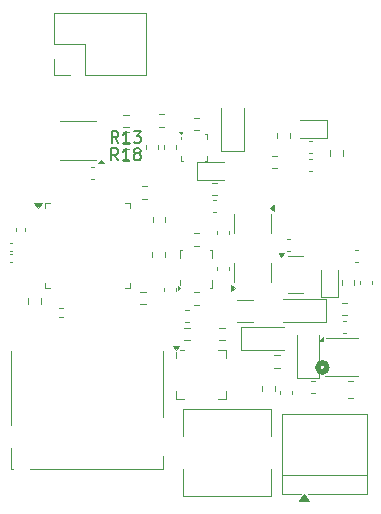
<source format=gbr>
%TF.GenerationSoftware,KiCad,Pcbnew,9.99.0-4037-gdf8ecb877a*%
%TF.CreationDate,2025-11-08T20:25:16-05:00*%
%TF.ProjectId,horizon-mini,686f7269-7a6f-46e2-9d6d-696e692e6b69,rev?*%
%TF.SameCoordinates,Original*%
%TF.FileFunction,Legend,Top*%
%TF.FilePolarity,Positive*%
%FSLAX46Y46*%
G04 Gerber Fmt 4.6, Leading zero omitted, Abs format (unit mm)*
G04 Created by KiCad (PCBNEW 9.99.0-4037-gdf8ecb877a) date 2025-11-08 20:25:16*
%MOMM*%
%LPD*%
G01*
G04 APERTURE LIST*
%ADD10C,0.150000*%
%ADD11C,0.120000*%
%ADD12C,0.508000*%
G04 APERTURE END LIST*
D10*
X148289642Y-106360978D02*
X147956309Y-105884787D01*
X147718214Y-106360978D02*
X147718214Y-105360978D01*
X147718214Y-105360978D02*
X148099166Y-105360978D01*
X148099166Y-105360978D02*
X148194404Y-105408597D01*
X148194404Y-105408597D02*
X148242023Y-105456216D01*
X148242023Y-105456216D02*
X148289642Y-105551454D01*
X148289642Y-105551454D02*
X148289642Y-105694311D01*
X148289642Y-105694311D02*
X148242023Y-105789549D01*
X148242023Y-105789549D02*
X148194404Y-105837168D01*
X148194404Y-105837168D02*
X148099166Y-105884787D01*
X148099166Y-105884787D02*
X147718214Y-105884787D01*
X149242023Y-106360978D02*
X148670595Y-106360978D01*
X148956309Y-106360978D02*
X148956309Y-105360978D01*
X148956309Y-105360978D02*
X148861071Y-105503835D01*
X148861071Y-105503835D02*
X148765833Y-105599073D01*
X148765833Y-105599073D02*
X148670595Y-105646692D01*
X149575357Y-105360978D02*
X150194404Y-105360978D01*
X150194404Y-105360978D02*
X149861071Y-105741930D01*
X149861071Y-105741930D02*
X150003928Y-105741930D01*
X150003928Y-105741930D02*
X150099166Y-105789549D01*
X150099166Y-105789549D02*
X150146785Y-105837168D01*
X150146785Y-105837168D02*
X150194404Y-105932406D01*
X150194404Y-105932406D02*
X150194404Y-106170501D01*
X150194404Y-106170501D02*
X150146785Y-106265739D01*
X150146785Y-106265739D02*
X150099166Y-106313359D01*
X150099166Y-106313359D02*
X150003928Y-106360978D01*
X150003928Y-106360978D02*
X149718214Y-106360978D01*
X149718214Y-106360978D02*
X149622976Y-106313359D01*
X149622976Y-106313359D02*
X149575357Y-106265739D01*
X148262112Y-107820099D02*
X147928779Y-107343908D01*
X147690684Y-107820099D02*
X147690684Y-106820099D01*
X147690684Y-106820099D02*
X148071636Y-106820099D01*
X148071636Y-106820099D02*
X148166874Y-106867718D01*
X148166874Y-106867718D02*
X148214493Y-106915337D01*
X148214493Y-106915337D02*
X148262112Y-107010575D01*
X148262112Y-107010575D02*
X148262112Y-107153432D01*
X148262112Y-107153432D02*
X148214493Y-107248670D01*
X148214493Y-107248670D02*
X148166874Y-107296289D01*
X148166874Y-107296289D02*
X148071636Y-107343908D01*
X148071636Y-107343908D02*
X147690684Y-107343908D01*
X149214493Y-107820099D02*
X148643065Y-107820099D01*
X148928779Y-107820099D02*
X148928779Y-106820099D01*
X148928779Y-106820099D02*
X148833541Y-106962956D01*
X148833541Y-106962956D02*
X148738303Y-107058194D01*
X148738303Y-107058194D02*
X148643065Y-107105813D01*
X149785922Y-107248670D02*
X149690684Y-107201051D01*
X149690684Y-107201051D02*
X149643065Y-107153432D01*
X149643065Y-107153432D02*
X149595446Y-107058194D01*
X149595446Y-107058194D02*
X149595446Y-107010575D01*
X149595446Y-107010575D02*
X149643065Y-106915337D01*
X149643065Y-106915337D02*
X149690684Y-106867718D01*
X149690684Y-106867718D02*
X149785922Y-106820099D01*
X149785922Y-106820099D02*
X149976398Y-106820099D01*
X149976398Y-106820099D02*
X150071636Y-106867718D01*
X150071636Y-106867718D02*
X150119255Y-106915337D01*
X150119255Y-106915337D02*
X150166874Y-107010575D01*
X150166874Y-107010575D02*
X150166874Y-107058194D01*
X150166874Y-107058194D02*
X150119255Y-107153432D01*
X150119255Y-107153432D02*
X150071636Y-107201051D01*
X150071636Y-107201051D02*
X149976398Y-107248670D01*
X149976398Y-107248670D02*
X149785922Y-107248670D01*
X149785922Y-107248670D02*
X149690684Y-107296289D01*
X149690684Y-107296289D02*
X149643065Y-107343908D01*
X149643065Y-107343908D02*
X149595446Y-107439146D01*
X149595446Y-107439146D02*
X149595446Y-107629622D01*
X149595446Y-107629622D02*
X149643065Y-107724860D01*
X149643065Y-107724860D02*
X149690684Y-107772480D01*
X149690684Y-107772480D02*
X149785922Y-107820099D01*
X149785922Y-107820099D02*
X149976398Y-107820099D01*
X149976398Y-107820099D02*
X150071636Y-107772480D01*
X150071636Y-107772480D02*
X150119255Y-107724860D01*
X150119255Y-107724860D02*
X150166874Y-107629622D01*
X150166874Y-107629622D02*
X150166874Y-107439146D01*
X150166874Y-107439146D02*
X150119255Y-107343908D01*
X150119255Y-107343908D02*
X150071636Y-107296289D01*
X150071636Y-107296289D02*
X149976398Y-107248670D01*
%TO.C,R25*%
D11*
X152179216Y-103942258D02*
X151704700Y-103942258D01*
X152179216Y-104987258D02*
X151704700Y-104987258D01*
%TO.C,R13*%
X149169758Y-103953659D02*
X148695242Y-103953659D01*
X149169758Y-104998659D02*
X148695242Y-104998659D01*
%TO.C,Q10*%
X163250000Y-115940000D02*
X162600000Y-115940000D01*
X163250000Y-115940000D02*
X163900000Y-115940000D01*
X163250000Y-119060000D02*
X162600000Y-119060000D01*
X163250000Y-119060000D02*
X163900000Y-119060000D01*
X162087500Y-115990000D02*
X161847500Y-115660000D01*
X162327500Y-115660000D01*
X162087500Y-115990000D01*
G36*
X162087500Y-115990000D02*
G01*
X161847500Y-115660000D01*
X162327500Y-115660000D01*
X162087500Y-115990000D01*
G37*
%TO.C,R19*%
X149169758Y-106885666D02*
X148695242Y-106885666D01*
X149169758Y-107930666D02*
X148695242Y-107930666D01*
%TO.C,R24*%
X151177798Y-113086588D02*
X151177798Y-112612072D01*
X152222798Y-113086588D02*
X152222798Y-112612072D01*
%TO.C,C47*%
X156547811Y-111194907D02*
X156266651Y-111194907D01*
X156547811Y-112214907D02*
X156266651Y-112214907D01*
%TO.C,R20*%
X151160000Y-115577590D02*
X151160000Y-116052106D01*
X152205000Y-115577590D02*
X152205000Y-116052106D01*
%TO.C,D10*%
X165847458Y-119605960D02*
X162187458Y-119605960D01*
X165847458Y-121505960D02*
X162187458Y-121505960D01*
X165847458Y-121505960D02*
X165847458Y-119605960D01*
%TO.C,D11*%
X154939512Y-108009294D02*
X154939512Y-109479294D01*
X154939512Y-109479294D02*
X157224512Y-109479294D01*
X157224512Y-108009294D02*
X154939512Y-108009294D01*
%TO.C,U5*%
X142072500Y-111454848D02*
X142072500Y-111904848D01*
X142072500Y-118674848D02*
X142072500Y-118224848D01*
X142522500Y-111454848D02*
X142072500Y-111454848D01*
X142522500Y-118674848D02*
X142072500Y-118674848D01*
X148842500Y-111454848D02*
X149292500Y-111454848D01*
X148842500Y-118674848D02*
X149292500Y-118674848D01*
X149292500Y-111454848D02*
X149292500Y-111904848D01*
X149292500Y-118674848D02*
X149292500Y-118224848D01*
X141482500Y-111904848D02*
X141142500Y-111434848D01*
X141822500Y-111434848D01*
X141482500Y-111904848D01*
G36*
X141482500Y-111904848D02*
G01*
X141142500Y-111434848D01*
X141822500Y-111434848D01*
X141482500Y-111904848D01*
G37*
%TO.C,R28*%
X154643442Y-119014207D02*
X155117958Y-119014207D01*
X154643442Y-120059207D02*
X155117958Y-120059207D01*
%TO.C,J8*%
X142790000Y-95330000D02*
X150630000Y-95330000D01*
X142790000Y-97980000D02*
X142790000Y-95330000D01*
X142790000Y-100630000D02*
X142790000Y-99250000D01*
X144170000Y-100630000D02*
X142790000Y-100630000D01*
X145440000Y-97980000D02*
X142790000Y-97980000D01*
X145440000Y-100630000D02*
X145440000Y-97980000D01*
X145440000Y-100630000D02*
X150630000Y-100630000D01*
X150630000Y-100630000D02*
X150630000Y-95330000D01*
%TO.C,C17*%
X161998162Y-127616260D02*
X161998162Y-127335100D01*
X163018162Y-127616260D02*
X163018162Y-127335100D01*
%TO.C,C10*%
X164609420Y-126490000D02*
X164890580Y-126490000D01*
X164609420Y-127510000D02*
X164890580Y-127510000D01*
%TO.C,R15*%
X161262742Y-107446511D02*
X161737258Y-107446511D01*
X161262742Y-108491511D02*
X161737258Y-108491511D01*
%TO.C,J3*%
X139227500Y-130275000D02*
X139227500Y-123975000D01*
X139227500Y-133985000D02*
X139227500Y-132175000D01*
X139337500Y-133985000D02*
X139227500Y-133985000D01*
X152097500Y-129575000D02*
X152097500Y-123975000D01*
X152097500Y-132825000D02*
X152097500Y-133985000D01*
X152097500Y-133985000D02*
X140837500Y-133985000D01*
%TO.C,R14*%
X156172012Y-109723406D02*
X156646528Y-109723406D01*
X156172012Y-110768406D02*
X156646528Y-110768406D01*
%TO.C,U16*%
X158057338Y-113145873D02*
X158057338Y-112345873D01*
X158057338Y-113145873D02*
X158057338Y-113945873D01*
X161177338Y-113145873D02*
X161177338Y-112345873D01*
X161177338Y-113145873D02*
X161177338Y-113945873D01*
X161457338Y-112085873D02*
X161127338Y-111845873D01*
X161457338Y-111605873D01*
X161457338Y-112085873D01*
G36*
X161457338Y-112085873D02*
G01*
X161127338Y-111845873D01*
X161457338Y-111605873D01*
X161457338Y-112085873D01*
G37*
%TO.C,D13*%
X157009458Y-107073734D02*
X157009458Y-103413734D01*
X157009458Y-107073734D02*
X158909458Y-107073734D01*
X158909458Y-107073734D02*
X158909458Y-103413734D01*
%TO.C,D6*%
X163387785Y-126260991D02*
X163387785Y-122600991D01*
X163387785Y-126260991D02*
X165287785Y-126260991D01*
X165287785Y-126260991D02*
X165287785Y-122600991D01*
%TO.C,R7*%
X167650776Y-119918579D02*
X167176260Y-119918579D01*
X167650776Y-120963579D02*
X167176260Y-120963579D01*
%TO.C,R5*%
X143598379Y-120359203D02*
X143291097Y-120359203D01*
X143598379Y-121119203D02*
X143291097Y-121119203D01*
%TO.C,C46*%
X158288748Y-119688225D02*
X159711252Y-119688225D01*
X158288748Y-121508225D02*
X159711252Y-121508225D01*
%TO.C,L7*%
X153789505Y-128864825D02*
X161189505Y-128864825D01*
X153789505Y-131164825D02*
X153789505Y-128864825D01*
X153789505Y-136264825D02*
X153789505Y-133964825D01*
X161189505Y-128864825D02*
X161189505Y-131164825D01*
X161189505Y-133964825D02*
X161189505Y-136264825D01*
X161189505Y-136264825D02*
X153789505Y-136264825D01*
%TO.C,R9*%
X153861355Y-122011018D02*
X154335871Y-122011018D01*
X153861355Y-123056018D02*
X154335871Y-123056018D01*
%TO.C,R26*%
X150131003Y-118968933D02*
X150605519Y-118968933D01*
X150131003Y-120013933D02*
X150605519Y-120013933D01*
%TO.C,R29*%
X154670967Y-104217563D02*
X155145483Y-104217563D01*
X154670967Y-105262563D02*
X155145483Y-105262563D01*
%TO.C,R4*%
X161496667Y-124345989D02*
X161971183Y-124345989D01*
X161496667Y-125390989D02*
X161971183Y-125390989D01*
%TO.C,C4*%
X152148866Y-106856727D02*
X152148866Y-106575567D01*
X153168866Y-106856727D02*
X153168866Y-106575567D01*
%TO.C,R16*%
X166227500Y-107456269D02*
X166227500Y-106981753D01*
X167272500Y-107456269D02*
X167272500Y-106981753D01*
%TO.C,C2*%
X156620700Y-116831803D02*
X156620700Y-117112963D01*
X157640700Y-116831803D02*
X157640700Y-117112963D01*
%TO.C,R10*%
X156831044Y-122011651D02*
X157305560Y-122011651D01*
X156831044Y-123056651D02*
X157305560Y-123056651D01*
%TO.C,C6*%
X145962946Y-108430285D02*
X146244106Y-108430285D01*
X145962946Y-109450285D02*
X146244106Y-109450285D01*
%TO.C,C38*%
X168594667Y-115411863D02*
X168313507Y-115411863D01*
X168594667Y-116431863D02*
X168313507Y-116431863D01*
%TO.C,C5*%
X156627653Y-113817152D02*
X156627653Y-114098312D01*
X157647653Y-113817152D02*
X157647653Y-114098312D01*
%TO.C,U1*%
X165740253Y-126102122D02*
X168540253Y-126102122D01*
X165850253Y-122882122D02*
X168540253Y-122882122D01*
X165610253Y-123112122D02*
X165330253Y-123112122D01*
X165610253Y-122832122D01*
X165610253Y-123112122D01*
G36*
X165610253Y-123112122D02*
G01*
X165330253Y-123112122D01*
X165610253Y-122832122D01*
X165610253Y-123112122D01*
G37*
%TO.C,C28*%
X164671878Y-107740000D02*
X164390718Y-107740000D01*
X164671878Y-108760000D02*
X164390718Y-108760000D01*
%TO.C,C1*%
X152120700Y-118927287D02*
X152120700Y-118646127D01*
X153140700Y-118927287D02*
X153140700Y-118646127D01*
%TO.C,D9*%
X165421497Y-117103491D02*
X165421497Y-119388491D01*
X165421497Y-119388491D02*
X166891497Y-119388491D01*
X166891497Y-119388491D02*
X166891497Y-117103491D01*
%TO.C,C12*%
X139302316Y-114796223D02*
X139086644Y-114796223D01*
X139302316Y-115516223D02*
X139086644Y-115516223D01*
%TO.C,U9*%
X153520700Y-115426707D02*
X153695700Y-115426707D01*
X153520700Y-116101707D02*
X153520700Y-115426707D01*
X153520700Y-117971707D02*
X153520700Y-118346707D01*
X156240700Y-115426707D02*
X156065700Y-115426707D01*
X156240700Y-116101707D02*
X156240700Y-115426707D01*
X156240700Y-117971707D02*
X156240700Y-118646707D01*
X156240700Y-118646707D02*
X156065700Y-118646707D01*
X153520700Y-118646707D02*
X153330700Y-118786707D01*
X153330700Y-118506707D01*
X153520700Y-118646707D01*
G36*
X153520700Y-118646707D02*
G01*
X153330700Y-118786707D01*
X153330700Y-118506707D01*
X153520700Y-118646707D01*
G37*
%TO.C,U7*%
X153556661Y-106067854D02*
X153556661Y-105872854D01*
X153566661Y-107862854D02*
X153566661Y-107437854D01*
X153741661Y-107862854D02*
X153566661Y-107862854D01*
X155611661Y-105642854D02*
X155786661Y-105642854D01*
X155611661Y-107862854D02*
X155786661Y-107862854D01*
X155786661Y-105642854D02*
X155786661Y-106067854D01*
X155786661Y-107862854D02*
X155786661Y-107437854D01*
X153556661Y-105632854D02*
X153416661Y-105442854D01*
X153696661Y-105442854D01*
X153556661Y-105632854D01*
G36*
X153556661Y-105632854D02*
G01*
X153416661Y-105442854D01*
X153696661Y-105442854D01*
X153556661Y-105632854D01*
G37*
%TO.C,R21*%
X155117958Y-114014207D02*
X154643442Y-114014207D01*
X155117958Y-115059207D02*
X154643442Y-115059207D01*
%TO.C,J2*%
X162130000Y-129330000D02*
X162130000Y-136070000D01*
X162130000Y-129330000D02*
X169370000Y-129330000D01*
X162130000Y-134450000D02*
X169370000Y-134450000D01*
X162130000Y-136070000D02*
X163700000Y-136070000D01*
X164300000Y-136070000D02*
X169370000Y-136070000D01*
X169370000Y-129330000D02*
X169370000Y-136070000D01*
X164440000Y-136680000D02*
X163560000Y-136680000D01*
X164000000Y-136070000D01*
X164440000Y-136680000D01*
G36*
X164440000Y-136680000D02*
G01*
X163560000Y-136680000D01*
X164000000Y-136070000D01*
X164440000Y-136680000D01*
G37*
%TO.C,U3*%
X158064069Y-117344225D02*
X158064069Y-116544225D01*
X158064069Y-117344225D02*
X158064069Y-118144225D01*
X161184069Y-117344225D02*
X161184069Y-116544225D01*
X161184069Y-117344225D02*
X161184069Y-118144225D01*
X158114069Y-118644225D02*
X157784069Y-118884225D01*
X157784069Y-118404225D01*
X158114069Y-118644225D01*
G36*
X158114069Y-118644225D02*
G01*
X157784069Y-118884225D01*
X157784069Y-118404225D01*
X158114069Y-118644225D01*
G37*
%TO.C,R3*%
X160476611Y-127382316D02*
X160476611Y-126907800D01*
X161521611Y-127382316D02*
X161521611Y-126907800D01*
%TO.C,R22*%
X140646373Y-119971739D02*
X140646373Y-119497223D01*
X141691373Y-119971739D02*
X141691373Y-119497223D01*
%TO.C,D5*%
X158647980Y-121976292D02*
X158647980Y-123876292D01*
X158647980Y-121976292D02*
X162307980Y-121976292D01*
X158647980Y-123876292D02*
X162307980Y-123876292D01*
%TO.C,U2*%
X153168661Y-124555007D02*
X153168661Y-124095007D01*
X153168661Y-128075007D02*
X153168661Y-127375007D01*
X153868661Y-123855007D02*
X153468661Y-123855007D01*
X153868661Y-128075007D02*
X153168661Y-128075007D01*
X156688661Y-123855007D02*
X157388661Y-123855007D01*
X156688661Y-128075007D02*
X157388661Y-128075007D01*
X157388661Y-123855007D02*
X157388661Y-124555007D01*
X157388661Y-128075007D02*
X157388661Y-127375007D01*
X153168661Y-123855007D02*
X152928661Y-123525007D01*
X153408661Y-123525007D01*
X153168661Y-123855007D01*
G36*
X153168661Y-123855007D02*
G01*
X152928661Y-123525007D01*
X153408661Y-123525007D01*
X153168661Y-123855007D01*
G37*
%TO.C,D12*%
X163658029Y-105909028D02*
X165943029Y-105909028D01*
X165943029Y-104439028D02*
X163658029Y-104439028D01*
X165943029Y-105909028D02*
X165943029Y-104439028D01*
%TO.C,C40*%
X162810754Y-114507418D02*
X162529594Y-114507418D01*
X162810754Y-115527418D02*
X162529594Y-115527418D01*
%TO.C,R18*%
X149142228Y-105412780D02*
X148667712Y-105412780D01*
X149142228Y-106457780D02*
X148667712Y-106457780D01*
%TO.C,C37*%
X168716138Y-118346095D02*
X168716138Y-118064935D01*
X169736138Y-118346095D02*
X169736138Y-118064935D01*
%TO.C,R6*%
X167731176Y-126491637D02*
X168185304Y-126491637D01*
X167731176Y-127961637D02*
X168185304Y-127961637D01*
%TO.C,C3*%
X150648866Y-106856727D02*
X150648866Y-106575567D01*
X151668866Y-106856727D02*
X151668866Y-106575567D01*
%TO.C,C39*%
X153960953Y-120496503D02*
X154242113Y-120496503D01*
X153960953Y-121516503D02*
X154242113Y-121516503D01*
%TO.C,R17*%
X161727500Y-105481753D02*
X161727500Y-105956269D01*
X162772500Y-105481753D02*
X162772500Y-105956269D01*
%TO.C,C11*%
X139094699Y-115759008D02*
X139310371Y-115759008D01*
X139094699Y-116479008D02*
X139310371Y-116479008D01*
%TO.C,D1*%
X146378526Y-104469095D02*
X143328526Y-104469095D01*
X146378526Y-107769095D02*
X143328526Y-107769095D01*
X147043526Y-108099095D02*
X146563526Y-108099095D01*
X146803526Y-107769095D01*
X147043526Y-108099095D01*
G36*
X147043526Y-108099095D02*
G01*
X146563526Y-108099095D01*
X146803526Y-107769095D01*
X147043526Y-108099095D01*
G37*
%TO.C,C29*%
X164665580Y-106209011D02*
X164384420Y-106209011D01*
X164665580Y-107229011D02*
X164384420Y-107229011D01*
%TO.C,R27*%
X150737258Y-110023439D02*
X150262742Y-110023439D01*
X150737258Y-111068439D02*
X150262742Y-111068439D01*
%TO.C,R8*%
X167195014Y-118413185D02*
X167195014Y-117938669D01*
X168240014Y-118413185D02*
X168240014Y-117938669D01*
%TO.C,C78*%
X139642023Y-113562941D02*
X139642023Y-113778613D01*
X140362023Y-113562941D02*
X140362023Y-113778613D01*
%TO.C,C14*%
X167552072Y-121441267D02*
X167270912Y-121441267D01*
X167552072Y-122461267D02*
X167270912Y-122461267D01*
%TO.C,BZ2*%
D12*
X165931000Y-125368100D02*
G75*
G02*
X165169000Y-125368100I-381000J0D01*
G01*
X165169000Y-125368100D02*
G75*
G02*
X165931000Y-125368100I381000J0D01*
G01*
%TD*%
M02*

</source>
